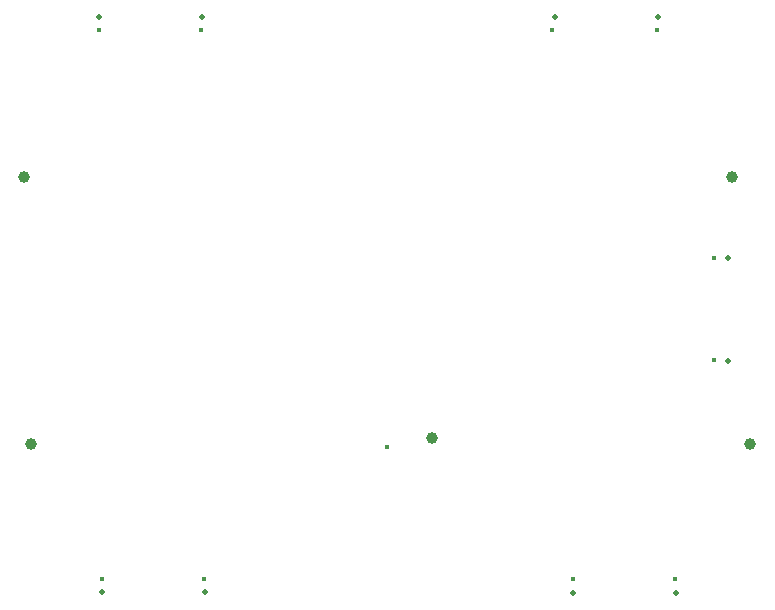
<source format=gbr>
%TF.GenerationSoftware,KiCad,Pcbnew,(5.99.0-13051-g9e760512ac)*%
%TF.CreationDate,2021-12-06T14:55:33+00:00*%
%TF.ProjectId,RF_SWITCH,52465f53-5749-4544-9348-2e6b69636164,rev?*%
%TF.SameCoordinates,Original*%
%TF.FileFunction,Plated,1,2,PTH,Drill*%
%TF.FilePolarity,Positive*%
%FSLAX46Y46*%
G04 Gerber Fmt 4.6, Leading zero omitted, Abs format (unit mm)*
G04 Created by KiCad (PCBNEW (5.99.0-13051-g9e760512ac)) date 2021-12-06 14:55:33*
%MOMM*%
%LPD*%
G01*
G04 APERTURE LIST*
%TA.AperFunction,ViaDrill*%
%ADD10C,0.400000*%
%TD*%
%TA.AperFunction,ComponentDrill*%
%ADD11C,0.460000*%
%TD*%
%TA.AperFunction,ComponentDrill*%
%ADD12C,1.000000*%
%TD*%
G04 APERTURE END LIST*
D10*
X108712000Y-86106000D03*
X108966000Y-132588000D03*
X117348000Y-86106000D03*
X117602000Y-132588000D03*
X133096000Y-121412000D03*
X147066000Y-86106000D03*
X148844000Y-132588000D03*
X155956000Y-86106000D03*
X157480000Y-132588000D03*
X160782000Y-105410000D03*
X160782000Y-114046000D03*
D11*
%TO.C,Cox1*%
X108650000Y-84980000D03*
%TO.C,Cox4*%
X108904000Y-133648000D03*
%TO.C,Cox1*%
X117410000Y-84980000D03*
%TO.C,Cox4*%
X117664000Y-133648000D03*
%TO.C,Cox2*%
X147258000Y-84980000D03*
%TO.C,Cox3*%
X148782000Y-133714000D03*
%TO.C,Cox2*%
X156018000Y-84980000D03*
%TO.C,Cox3*%
X157542000Y-133714000D03*
%TO.C,Cox5*%
X161908000Y-105348000D03*
X161908000Y-114108000D03*
D12*
%TO.C,J1*%
X102362000Y-98552000D03*
%TO.C,J4*%
X102936000Y-121158000D03*
%TO.C,J5*%
X136906000Y-120650000D03*
%TO.C,J2*%
X162306000Y-98552000D03*
%TO.C,J3*%
X163830000Y-121158000D03*
M02*

</source>
